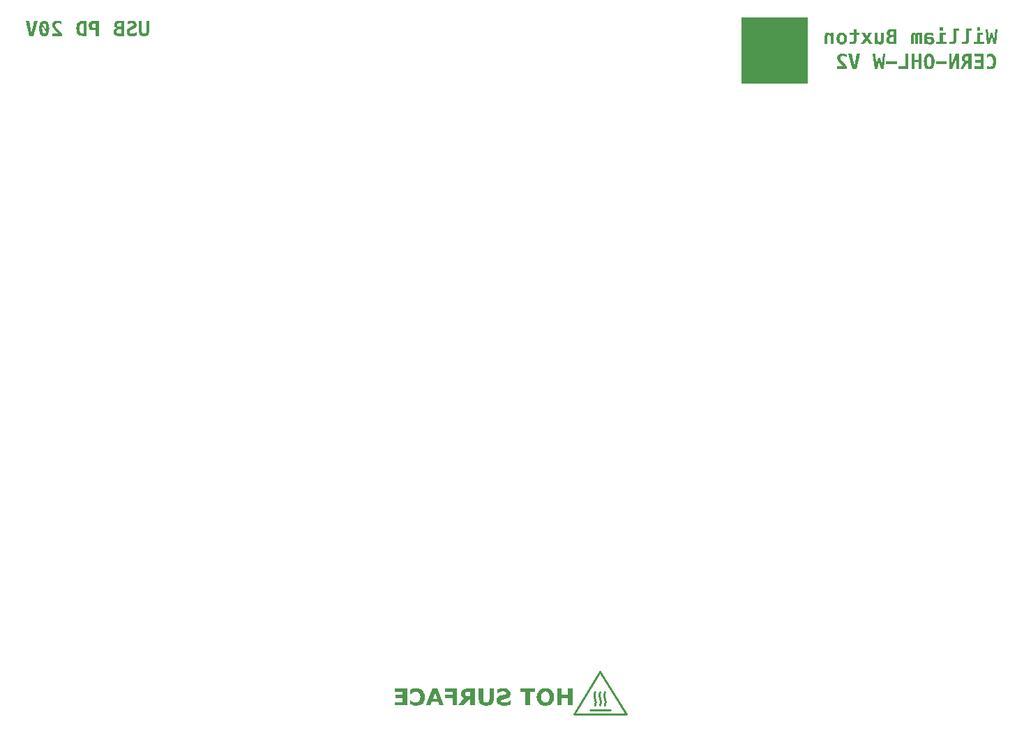
<source format=gbo>
G04 #@! TF.GenerationSoftware,KiCad,Pcbnew,9.0.0*
G04 #@! TF.CreationDate,2025-03-20T12:53:00+01:00*
G04 #@! TF.ProjectId,backlight,6261636b-6c69-4676-9874-2e6b69636164,rev?*
G04 #@! TF.SameCoordinates,Original*
G04 #@! TF.FileFunction,Legend,Bot*
G04 #@! TF.FilePolarity,Positive*
%FSLAX46Y46*%
G04 Gerber Fmt 4.6, Leading zero omitted, Abs format (unit mm)*
G04 Created by KiCad (PCBNEW 9.0.0) date 2025-03-20 12:53:00*
%MOMM*%
%LPD*%
G01*
G04 APERTURE LIST*
%ADD10C,0.400000*%
%ADD11C,0.250000*%
%ADD12C,2.575000*%
%ADD13C,2.200000*%
%ADD14C,0.990600*%
%ADD15C,1.524000*%
%ADD16R,2.000000X2.000000*%
%ADD17C,2.000000*%
%ADD18R,3.200000X2.000000*%
%ADD19O,1.800000X1.200000*%
%ADD20O,2.200000X1.200000*%
G04 APERTURE END LIST*
G36*
X143240000Y-22500000D02*
G01*
X151240000Y-22500000D01*
X151240000Y-30500000D01*
X143240000Y-30500000D01*
X143240000Y-22500000D01*
G37*
D10*
G36*
X71319647Y-24067321D02*
G01*
X71319647Y-22911075D01*
X70956946Y-22911075D01*
X70956946Y-24158215D01*
X70948333Y-24247340D01*
X70924510Y-24317794D01*
X70886934Y-24373638D01*
X70835521Y-24416131D01*
X70771962Y-24442266D01*
X70692615Y-24451563D01*
X70613197Y-24442261D01*
X70549644Y-24416122D01*
X70498295Y-24373638D01*
X70460656Y-24317785D01*
X70436798Y-24247332D01*
X70428173Y-24158215D01*
X70428173Y-22911075D01*
X70065472Y-22911075D01*
X70065472Y-24067321D01*
X70076920Y-24259426D01*
X70107878Y-24409053D01*
X70154401Y-24524370D01*
X70214289Y-24612141D01*
X70276244Y-24669798D01*
X70352219Y-24716230D01*
X70444668Y-24751341D01*
X70556815Y-24774011D01*
X70692505Y-24782170D01*
X70857582Y-24769638D01*
X70987889Y-24735322D01*
X71090364Y-24682520D01*
X71170280Y-24612141D01*
X71230411Y-24524330D01*
X71277102Y-24408996D01*
X71308163Y-24259382D01*
X71319647Y-24067321D01*
G37*
G36*
X69306988Y-23942024D02*
G01*
X69487178Y-23862300D01*
X69605719Y-23789086D01*
X69678372Y-23722095D01*
X69730631Y-23640114D01*
X69763658Y-23538501D01*
X69775532Y-23412041D01*
X69764700Y-23289054D01*
X69733948Y-23184715D01*
X69684509Y-23095495D01*
X69615724Y-23018896D01*
X69532331Y-22958629D01*
X69433496Y-22914140D01*
X69316230Y-22885938D01*
X69176746Y-22875904D01*
X69050504Y-22882979D01*
X68923515Y-22904370D01*
X68798127Y-22939388D01*
X68672592Y-22988451D01*
X68672592Y-23340161D01*
X68791847Y-23269725D01*
X68909996Y-23219700D01*
X69030953Y-23188516D01*
X69148499Y-23178374D01*
X69234928Y-23185111D01*
X69300641Y-23203269D01*
X69350183Y-23230801D01*
X69388729Y-23270268D01*
X69411979Y-23319261D01*
X69420195Y-23380827D01*
X69407235Y-23450391D01*
X69369197Y-23505794D01*
X69302209Y-23551501D01*
X69155753Y-23614934D01*
X68999572Y-23674615D01*
X68857883Y-23738656D01*
X68751404Y-23810756D01*
X68673801Y-23890257D01*
X68617004Y-23984686D01*
X68581728Y-24096187D01*
X68569277Y-24228997D01*
X68580905Y-24367180D01*
X68613252Y-24479377D01*
X68664100Y-24570686D01*
X68733482Y-24644784D01*
X68817972Y-24700778D01*
X68925247Y-24743704D01*
X69060409Y-24771875D01*
X69229612Y-24782170D01*
X69365756Y-24774233D01*
X69503176Y-24750187D01*
X69637753Y-24710663D01*
X69768168Y-24655555D01*
X69768168Y-24282743D01*
X69621800Y-24371572D01*
X69487240Y-24431120D01*
X69350705Y-24467802D01*
X69218511Y-24479700D01*
X69131060Y-24472112D01*
X69063237Y-24451394D01*
X69010783Y-24419360D01*
X68970250Y-24374556D01*
X68945632Y-24319360D01*
X68936924Y-24250539D01*
X68949344Y-24173585D01*
X68986163Y-24107327D01*
X69044217Y-24053792D01*
X69128715Y-24010387D01*
X69306988Y-23942024D01*
G37*
G36*
X68264609Y-24747000D02*
G01*
X67673077Y-24747000D01*
X67486265Y-24737539D01*
X67342641Y-24712184D01*
X67233911Y-24674660D01*
X67152986Y-24627418D01*
X67085712Y-24561806D01*
X67036303Y-24478508D01*
X67004654Y-24373558D01*
X66993178Y-24241307D01*
X66996620Y-24191738D01*
X67360825Y-24191738D01*
X67370054Y-24287715D01*
X67394181Y-24354136D01*
X67430287Y-24399027D01*
X67480674Y-24429142D01*
X67558181Y-24450302D01*
X67673077Y-24458598D01*
X67914108Y-24458598D01*
X67914108Y-23909930D01*
X67673077Y-23909930D01*
X67563135Y-23918795D01*
X67486077Y-23941884D01*
X67433365Y-23975766D01*
X67395351Y-24024657D01*
X67370285Y-24094246D01*
X67360825Y-24191738D01*
X66996620Y-24191738D01*
X67000746Y-24132320D01*
X67021898Y-24041649D01*
X67055030Y-23966158D01*
X67099570Y-23903336D01*
X67156320Y-23851246D01*
X67226254Y-23809965D01*
X67311788Y-23779634D01*
X67416109Y-23761443D01*
X67303164Y-23740043D01*
X67216059Y-23701292D01*
X67149359Y-23646588D01*
X67100494Y-23575509D01*
X67069545Y-23485643D01*
X67062348Y-23412371D01*
X67418637Y-23412371D01*
X67426155Y-23484544D01*
X67446201Y-23536310D01*
X67476999Y-23572949D01*
X67519068Y-23597687D01*
X67581942Y-23614863D01*
X67673077Y-23621528D01*
X67914108Y-23621528D01*
X67914108Y-23199477D01*
X67673077Y-23199477D01*
X67583911Y-23206308D01*
X67521258Y-23224082D01*
X67478318Y-23250035D01*
X67446686Y-23287837D01*
X67426249Y-23340291D01*
X67418637Y-23412371D01*
X67062348Y-23412371D01*
X67058354Y-23371705D01*
X67068965Y-23259092D01*
X67098771Y-23166523D01*
X67146377Y-23089925D01*
X67212667Y-23026590D01*
X67291247Y-22979767D01*
X67390947Y-22943605D01*
X67516403Y-22919787D01*
X67673077Y-22911075D01*
X68264609Y-22911075D01*
X68264609Y-24747000D01*
G37*
G36*
X65187369Y-24747000D02*
G01*
X64824558Y-24747000D01*
X64824558Y-24057648D01*
X64689370Y-24057648D01*
X64492959Y-24047024D01*
X64342084Y-24018528D01*
X64227860Y-23976236D01*
X64142791Y-23922680D01*
X64073444Y-23849582D01*
X64021798Y-23755686D01*
X63988366Y-23636142D01*
X63976168Y-23484362D01*
X64353597Y-23484362D01*
X64363114Y-23581386D01*
X64388067Y-23648804D01*
X64425587Y-23694618D01*
X64477613Y-23725222D01*
X64557532Y-23746742D01*
X64675851Y-23755178D01*
X64824558Y-23755178D01*
X64824558Y-23213545D01*
X64675851Y-23213545D01*
X64557543Y-23221995D01*
X64477623Y-23243552D01*
X64425587Y-23274215D01*
X64388071Y-23319964D01*
X64363117Y-23387339D01*
X64353597Y-23484362D01*
X63976168Y-23484362D01*
X63988368Y-23332579D01*
X64021802Y-23213057D01*
X64073447Y-23119200D01*
X64142791Y-23046153D01*
X64227868Y-22992550D01*
X64342096Y-22950224D01*
X64492968Y-22921707D01*
X64689370Y-22911075D01*
X65187369Y-22911075D01*
X65187369Y-24747000D01*
G37*
G36*
X63702165Y-24747000D02*
G01*
X63313635Y-24747000D01*
X63126880Y-24736446D01*
X62973769Y-24707265D01*
X62848802Y-24662387D01*
X62747303Y-24603564D01*
X62665610Y-24531248D01*
X62600552Y-24444369D01*
X62546648Y-24335289D01*
X62504955Y-24199671D01*
X62477602Y-24032288D01*
X62467663Y-23827169D01*
X62845202Y-23827169D01*
X62852636Y-23995608D01*
X62872329Y-24122288D01*
X62900971Y-24215528D01*
X62936207Y-24282523D01*
X62986921Y-24339030D01*
X63052188Y-24380335D01*
X63135291Y-24406780D01*
X63241095Y-24416392D01*
X63339464Y-24416392D01*
X63339464Y-23241682D01*
X63241095Y-23241682D01*
X63135247Y-23251264D01*
X63052132Y-23277617D01*
X62986884Y-23318758D01*
X62936207Y-23375002D01*
X62900938Y-23441704D01*
X62872300Y-23534381D01*
X62852625Y-23660133D01*
X62845202Y-23827169D01*
X62467663Y-23827169D01*
X62477607Y-23622598D01*
X62504965Y-23455768D01*
X62546658Y-23320690D01*
X62600556Y-23212123D01*
X62665610Y-23125728D01*
X62747237Y-23053826D01*
X62848694Y-22995306D01*
X62973654Y-22950638D01*
X63126801Y-22921584D01*
X63313635Y-22911075D01*
X63702165Y-22911075D01*
X63702165Y-24747000D01*
G37*
G36*
X60305308Y-24430461D02*
G01*
X59531877Y-24430461D01*
X59531877Y-24747000D01*
X60697465Y-24747000D01*
X60697465Y-24440243D01*
X60500727Y-24230866D01*
X60075268Y-23771445D01*
X59992246Y-23666290D01*
X59942498Y-23583720D01*
X59911746Y-23500877D01*
X59901941Y-23421713D01*
X59910934Y-23342836D01*
X59935996Y-23280713D01*
X59976350Y-23231460D01*
X60029789Y-23195616D01*
X60098596Y-23172671D01*
X60187156Y-23164306D01*
X60286513Y-23173111D01*
X60405436Y-23202115D01*
X60526428Y-23247309D01*
X60658117Y-23312024D01*
X60658117Y-22974383D01*
X60526562Y-22931671D01*
X60400600Y-22901183D01*
X60275540Y-22882057D01*
X60158909Y-22875904D01*
X60012422Y-22885598D01*
X59889761Y-22912740D01*
X59786995Y-22955262D01*
X59700917Y-23012301D01*
X59628349Y-23086231D01*
X59576952Y-23171209D01*
X59545349Y-23269436D01*
X59534295Y-23384234D01*
X59543508Y-23490234D01*
X59570565Y-23587786D01*
X59616949Y-23682974D01*
X59695422Y-23798812D01*
X59790125Y-23906097D01*
X60053176Y-24176351D01*
X60305308Y-24430461D01*
G37*
G36*
X58685043Y-22886143D02*
G01*
X58787565Y-22915340D01*
X58876337Y-22962415D01*
X58953608Y-23027938D01*
X59020579Y-23114077D01*
X59081019Y-23233432D01*
X59128515Y-23387212D01*
X59160163Y-23583050D01*
X59171814Y-23829697D01*
X59160177Y-24075589D01*
X59128550Y-24271029D01*
X59081056Y-24424682D01*
X59020579Y-24544107D01*
X58953614Y-24630201D01*
X58876346Y-24695693D01*
X58787575Y-24742748D01*
X58685050Y-24771934D01*
X58565664Y-24782170D01*
X58445653Y-24771934D01*
X58342712Y-24742765D01*
X58253704Y-24695780D01*
X58176353Y-24630451D01*
X58109431Y-24544657D01*
X58049006Y-24425566D01*
X58001510Y-24272006D01*
X57969853Y-24076312D01*
X57958196Y-23829697D01*
X57958263Y-23828268D01*
X58323424Y-23828268D01*
X58331570Y-24055436D01*
X58352397Y-24213560D01*
X58381236Y-24319013D01*
X58417434Y-24390805D01*
X58459659Y-24437089D01*
X58508225Y-24463639D01*
X58565554Y-24472666D01*
X58622307Y-24463670D01*
X58670520Y-24437164D01*
X58712579Y-24390860D01*
X58748773Y-24318903D01*
X58761083Y-24283292D01*
X58331997Y-23599547D01*
X58323424Y-23828268D01*
X57958263Y-23828268D01*
X57969865Y-23582333D01*
X58001541Y-23386220D01*
X58013837Y-23346426D01*
X58378709Y-23346426D01*
X58801639Y-24021488D01*
X58806585Y-23830906D01*
X58798446Y-23602968D01*
X58777650Y-23444573D01*
X58748883Y-23339172D01*
X58712637Y-23267213D01*
X58670542Y-23220908D01*
X58622309Y-23194403D01*
X58565554Y-23185408D01*
X58508222Y-23194434D01*
X58459636Y-23220984D01*
X58417376Y-23267268D01*
X58381127Y-23339062D01*
X58378709Y-23346426D01*
X58013837Y-23346426D01*
X58049040Y-23232492D01*
X58109431Y-23113418D01*
X58176353Y-23027623D01*
X58253704Y-22962294D01*
X58342712Y-22915309D01*
X58445653Y-22886141D01*
X58565664Y-22875904D01*
X58685043Y-22886143D01*
G37*
G36*
X57049685Y-24444529D02*
G01*
X56726332Y-22911075D01*
X56361104Y-22911075D01*
X56797663Y-24747000D01*
X57300608Y-24747000D01*
X57737058Y-22911075D01*
X57371939Y-22911075D01*
X57049685Y-24444529D01*
G37*
G36*
X174317000Y-23899075D02*
G01*
X173999801Y-23899075D01*
X173868240Y-25247662D01*
X173709531Y-24377400D01*
X173408270Y-24377400D01*
X173223842Y-25247662D01*
X173120637Y-23899075D01*
X172800911Y-23899075D01*
X173012376Y-25735000D01*
X173350567Y-25735000D01*
X173559505Y-24772634D01*
X173755033Y-25735000D01*
X174090696Y-25735000D01*
X174317000Y-23899075D01*
G37*
G36*
X172529435Y-24356297D02*
G01*
X171816234Y-24356297D01*
X171816234Y-25460666D01*
X171368683Y-25460666D01*
X171368683Y-25735000D01*
X172625276Y-25735000D01*
X172625276Y-25460666D01*
X172176516Y-25460666D01*
X172176516Y-24630631D01*
X172529435Y-24630631D01*
X172529435Y-24356297D01*
G37*
G36*
X172176516Y-23688049D02*
G01*
X171816234Y-23688049D01*
X171816234Y-24110101D01*
X172176516Y-24110101D01*
X172176516Y-23688049D01*
G37*
G36*
X170809355Y-25162042D02*
G01*
X170809355Y-24096032D01*
X171174583Y-24096032D01*
X171174583Y-23821699D01*
X170449072Y-23821699D01*
X170449072Y-25162042D01*
X170442041Y-25270529D01*
X170424097Y-25344392D01*
X170398734Y-25392852D01*
X170360023Y-25428834D01*
X170304995Y-25452002D01*
X170227825Y-25460666D01*
X169940082Y-25460666D01*
X169940082Y-25735000D01*
X170328612Y-25735000D01*
X170458023Y-25725142D01*
X170558985Y-25698285D01*
X170637331Y-25657170D01*
X170697467Y-25602559D01*
X170741862Y-25534605D01*
X170776902Y-25442881D01*
X170800532Y-25321168D01*
X170809355Y-25162042D01*
G37*
G36*
X169293486Y-25162042D02*
G01*
X169293486Y-24096032D01*
X169658714Y-24096032D01*
X169658714Y-23821699D01*
X168933203Y-23821699D01*
X168933203Y-25162042D01*
X168926172Y-25270529D01*
X168908228Y-25344392D01*
X168882865Y-25392852D01*
X168844154Y-25428834D01*
X168789126Y-25452002D01*
X168711956Y-25460666D01*
X168424213Y-25460666D01*
X168424213Y-25735000D01*
X168812743Y-25735000D01*
X168942154Y-25725142D01*
X169043117Y-25698285D01*
X169121462Y-25657170D01*
X169181598Y-25602559D01*
X169225993Y-25534605D01*
X169261033Y-25442881D01*
X169284663Y-25321168D01*
X169293486Y-25162042D01*
G37*
G36*
X167981829Y-24356297D02*
G01*
X167268627Y-24356297D01*
X167268627Y-25460666D01*
X166821077Y-25460666D01*
X166821077Y-25735000D01*
X168077669Y-25735000D01*
X168077669Y-25460666D01*
X167628910Y-25460666D01*
X167628910Y-24630631D01*
X167981829Y-24630631D01*
X167981829Y-24356297D01*
G37*
G36*
X167628910Y-23688049D02*
G01*
X167268627Y-23688049D01*
X167268627Y-24110101D01*
X167628910Y-24110101D01*
X167628910Y-23688049D01*
G37*
G36*
X166118250Y-24327286D02*
G01*
X166243393Y-24345197D01*
X166364971Y-24375633D01*
X166485633Y-24419605D01*
X166485633Y-24729110D01*
X166353732Y-24664337D01*
X166232952Y-24622058D01*
X166110232Y-24596889D01*
X165982689Y-24588426D01*
X165901606Y-24594395D01*
X165841045Y-24610323D01*
X165796392Y-24634148D01*
X165761632Y-24668847D01*
X165740572Y-24712738D01*
X165733085Y-24768787D01*
X165733085Y-24827588D01*
X165982689Y-24827588D01*
X166151174Y-24836463D01*
X166283681Y-24860506D01*
X166386749Y-24896578D01*
X166465960Y-24942663D01*
X166532515Y-25005936D01*
X166580690Y-25084057D01*
X166611117Y-25180160D01*
X166622031Y-25298879D01*
X166612985Y-25409153D01*
X166587480Y-25501718D01*
X166546898Y-25579820D01*
X166491129Y-25645863D01*
X166422406Y-25698286D01*
X166340416Y-25736927D01*
X166242527Y-25761435D01*
X166125351Y-25770170D01*
X166006433Y-25757798D01*
X165900367Y-25721700D01*
X165807291Y-25662677D01*
X165733085Y-25583435D01*
X165733085Y-25735000D01*
X165375220Y-25735000D01*
X165375220Y-25112583D01*
X165733085Y-25112583D01*
X165743073Y-25240278D01*
X165770229Y-25339269D01*
X165811780Y-25415603D01*
X165871169Y-25475678D01*
X165943544Y-25511453D01*
X166033137Y-25523974D01*
X166093929Y-25517302D01*
X166143072Y-25498551D01*
X166183163Y-25468250D01*
X166213249Y-25427935D01*
X166231843Y-25378799D01*
X166238448Y-25318333D01*
X166228455Y-25238244D01*
X166201443Y-25180762D01*
X166158543Y-25139951D01*
X166101953Y-25114114D01*
X166012279Y-25095329D01*
X165876956Y-25087854D01*
X165733085Y-25087854D01*
X165733085Y-25112583D01*
X165375220Y-25112583D01*
X165375220Y-24948489D01*
X165386109Y-24765861D01*
X165415001Y-24629585D01*
X165457492Y-24529729D01*
X165511178Y-24458183D01*
X165582343Y-24403495D01*
X165679621Y-24360710D01*
X165810135Y-24331906D01*
X165982689Y-24321127D01*
X166118250Y-24327286D01*
G37*
G36*
X164373397Y-24491706D02*
G01*
X164325677Y-24413930D01*
X164270082Y-24362892D01*
X164202091Y-24332072D01*
X164116319Y-24321127D01*
X164029002Y-24329886D01*
X163961521Y-24353933D01*
X163909365Y-24391698D01*
X163869793Y-24444115D01*
X163837368Y-24531965D01*
X163812061Y-24691336D01*
X163801539Y-24955413D01*
X163801539Y-25735000D01*
X164096645Y-25735000D01*
X164096645Y-24846603D01*
X164104091Y-24705040D01*
X164120056Y-24640303D01*
X164139799Y-24611521D01*
X164167216Y-24594517D01*
X164204906Y-24588426D01*
X164242482Y-24594595D01*
X164270361Y-24611973D01*
X164290965Y-24641622D01*
X164307821Y-24707169D01*
X164315585Y-24846603D01*
X164315585Y-25735000D01*
X164606954Y-25735000D01*
X164606954Y-24846603D01*
X164614718Y-24707169D01*
X164631574Y-24641622D01*
X164652178Y-24611973D01*
X164680057Y-24594595D01*
X164717633Y-24588426D01*
X164755329Y-24594515D01*
X164782786Y-24611519D01*
X164802593Y-24640303D01*
X164818482Y-24705035D01*
X164825893Y-24846603D01*
X164825893Y-25735000D01*
X165121000Y-25735000D01*
X165121000Y-24356297D01*
X164859086Y-24356297D01*
X164859086Y-24496542D01*
X164818799Y-24423601D01*
X164760717Y-24368387D01*
X164689243Y-24332983D01*
X164609482Y-24321127D01*
X164529689Y-24333501D01*
X164457038Y-24370806D01*
X164416045Y-24407525D01*
X164388770Y-24447535D01*
X164373397Y-24491706D01*
G37*
G36*
X162036396Y-25735000D02*
G01*
X161444864Y-25735000D01*
X161258052Y-25725539D01*
X161114428Y-25700184D01*
X161005698Y-25662660D01*
X160924773Y-25615418D01*
X160857499Y-25549806D01*
X160808090Y-25466508D01*
X160776441Y-25361558D01*
X160764965Y-25229307D01*
X160768407Y-25179738D01*
X161132612Y-25179738D01*
X161141841Y-25275715D01*
X161165968Y-25342136D01*
X161202075Y-25387027D01*
X161252461Y-25417142D01*
X161329968Y-25438302D01*
X161444864Y-25446598D01*
X161685895Y-25446598D01*
X161685895Y-24897930D01*
X161444864Y-24897930D01*
X161334922Y-24906795D01*
X161257865Y-24929884D01*
X161205152Y-24963766D01*
X161167138Y-25012657D01*
X161142072Y-25082246D01*
X161132612Y-25179738D01*
X160768407Y-25179738D01*
X160772533Y-25120320D01*
X160793685Y-25029649D01*
X160826817Y-24954158D01*
X160871357Y-24891336D01*
X160928107Y-24839246D01*
X160998041Y-24797965D01*
X161083576Y-24767634D01*
X161187896Y-24749443D01*
X161074951Y-24728043D01*
X160987846Y-24689292D01*
X160921146Y-24634588D01*
X160872281Y-24563509D01*
X160841333Y-24473643D01*
X160834136Y-24400371D01*
X161190424Y-24400371D01*
X161197942Y-24472544D01*
X161217988Y-24524310D01*
X161248786Y-24560949D01*
X161290855Y-24585687D01*
X161353729Y-24602863D01*
X161444864Y-24609528D01*
X161685895Y-24609528D01*
X161685895Y-24187477D01*
X161444864Y-24187477D01*
X161355698Y-24194308D01*
X161293045Y-24212082D01*
X161250105Y-24238035D01*
X161218473Y-24275837D01*
X161198036Y-24328291D01*
X161190424Y-24400371D01*
X160834136Y-24400371D01*
X160830142Y-24359705D01*
X160840753Y-24247092D01*
X160870558Y-24154523D01*
X160918164Y-24077925D01*
X160984454Y-24014590D01*
X161063034Y-23967767D01*
X161162734Y-23931605D01*
X161288190Y-23907787D01*
X161444864Y-23899075D01*
X162036396Y-23899075D01*
X162036396Y-25735000D01*
G37*
G36*
X160477443Y-25253267D02*
G01*
X160477443Y-24356297D01*
X160117160Y-24356297D01*
X160117160Y-25197873D01*
X160111316Y-25297404D01*
X160096390Y-25365669D01*
X160075394Y-25410767D01*
X160042688Y-25445335D01*
X159997752Y-25466854D01*
X159936359Y-25474734D01*
X159876317Y-25465157D01*
X159826626Y-25437198D01*
X159784575Y-25388675D01*
X159755901Y-25328633D01*
X159736887Y-25249847D01*
X159729840Y-25147424D01*
X159729840Y-24356297D01*
X159369557Y-24356297D01*
X159369557Y-25735000D01*
X159729840Y-25735000D01*
X159729840Y-25530239D01*
X159761873Y-25601917D01*
X159804969Y-25660361D01*
X159859643Y-25707412D01*
X159923326Y-25741664D01*
X159996154Y-25762793D01*
X160080230Y-25770170D01*
X160176785Y-25761197D01*
X160256378Y-25735977D01*
X160322419Y-25695707D01*
X160377205Y-25639708D01*
X160418007Y-25573066D01*
X160449364Y-25489068D01*
X160469938Y-25383955D01*
X160477443Y-25253267D01*
G37*
G36*
X157750374Y-24356297D02*
G01*
X158213971Y-25016083D01*
X157709817Y-25735000D01*
X158130330Y-25735000D01*
X158400817Y-25270963D01*
X158670094Y-25735000D01*
X159090717Y-25735000D01*
X158581617Y-25016083D01*
X159050051Y-24356297D01*
X158629538Y-24356297D01*
X158400817Y-24767468D01*
X158170886Y-24356297D01*
X157750374Y-24356297D01*
G37*
G36*
X156794053Y-23962383D02*
G01*
X156794053Y-24356297D01*
X156323092Y-24356297D01*
X156323092Y-24630631D01*
X156794053Y-24630631D01*
X156794053Y-25287229D01*
X156788198Y-25347489D01*
X156772698Y-25390392D01*
X156749210Y-25420439D01*
X156716580Y-25441088D01*
X156668568Y-25455223D01*
X156599733Y-25460666D01*
X156323092Y-25460666D01*
X156323092Y-25735000D01*
X156625562Y-25735000D01*
X156788243Y-25726709D01*
X156905872Y-25705082D01*
X156988592Y-25674081D01*
X157044866Y-25636191D01*
X157088207Y-25583795D01*
X157122348Y-25509784D01*
X157145564Y-25407797D01*
X157154336Y-25269863D01*
X157154336Y-24630631D01*
X157505935Y-24630631D01*
X157505935Y-24356297D01*
X157154336Y-24356297D01*
X157154336Y-23962383D01*
X156794053Y-23962383D01*
G37*
G36*
X155511777Y-24334153D02*
G01*
X155634281Y-24371385D01*
X155740573Y-24431740D01*
X155833336Y-24516435D01*
X155906355Y-24618234D01*
X155960103Y-24737939D01*
X155994066Y-24878969D01*
X156006113Y-25045648D01*
X155994066Y-25212328D01*
X155960103Y-25353358D01*
X155906355Y-25473063D01*
X155833336Y-25574862D01*
X155740573Y-25659557D01*
X155634281Y-25719912D01*
X155511777Y-25757144D01*
X155369189Y-25770170D01*
X155225892Y-25757121D01*
X155102961Y-25719853D01*
X154996478Y-25659492D01*
X154903723Y-25574862D01*
X154830704Y-25473063D01*
X154776956Y-25353358D01*
X154742993Y-25212328D01*
X154730946Y-25045648D01*
X155091228Y-25045648D01*
X155100686Y-25179011D01*
X155126287Y-25282156D01*
X155165087Y-25361308D01*
X155221547Y-25425138D01*
X155288365Y-25462060D01*
X155369189Y-25474734D01*
X155449149Y-25462108D01*
X155515595Y-25425232D01*
X155572081Y-25361308D01*
X155610821Y-25282164D01*
X155636386Y-25179019D01*
X155645831Y-25045648D01*
X155636386Y-24912278D01*
X155610821Y-24809133D01*
X155572081Y-24729989D01*
X155515595Y-24666065D01*
X155449149Y-24629189D01*
X155369189Y-24616563D01*
X155288365Y-24629237D01*
X155221547Y-24666159D01*
X155165087Y-24729989D01*
X155126287Y-24809141D01*
X155100686Y-24912286D01*
X155091228Y-25045648D01*
X154730946Y-25045648D01*
X154742993Y-24878969D01*
X154776956Y-24737939D01*
X154830704Y-24618234D01*
X154903723Y-24516435D01*
X154996478Y-24431805D01*
X155102961Y-24371444D01*
X155225892Y-24334176D01*
X155369189Y-24321127D01*
X155511777Y-24334153D01*
G37*
G36*
X153293772Y-24840448D02*
G01*
X153293772Y-25735000D01*
X153651637Y-25735000D01*
X153651637Y-24895842D01*
X153657569Y-24795531D01*
X153672725Y-24726698D01*
X153694062Y-24681189D01*
X153727108Y-24646134D01*
X153771866Y-24624455D01*
X153832327Y-24616563D01*
X153892402Y-24626230D01*
X153942553Y-24654566D01*
X153985431Y-24703941D01*
X154014820Y-24764834D01*
X154034213Y-24844048D01*
X154041375Y-24946290D01*
X154041375Y-25735000D01*
X154399240Y-25735000D01*
X154399240Y-24356297D01*
X154041375Y-24356297D01*
X154041375Y-24563476D01*
X154009261Y-24491023D01*
X153965979Y-24432007D01*
X153911023Y-24384544D01*
X153846861Y-24349942D01*
X153773388Y-24328587D01*
X153688456Y-24321127D01*
X153592551Y-24330089D01*
X153513474Y-24355287D01*
X153447832Y-24395550D01*
X153393350Y-24451589D01*
X153352913Y-24518159D01*
X153321752Y-24602452D01*
X153301260Y-24708350D01*
X153293772Y-24840448D01*
G37*
G36*
X172987757Y-28702726D02*
G01*
X173075985Y-28742733D01*
X173168557Y-28771309D01*
X173264802Y-28788356D01*
X173367713Y-28794170D01*
X173516184Y-28783327D01*
X173644094Y-28752508D01*
X173754821Y-28703306D01*
X173851032Y-28635950D01*
X173934515Y-28549293D01*
X174000372Y-28450868D01*
X174053996Y-28334115D01*
X174094631Y-28196083D01*
X174120733Y-28033268D01*
X174130044Y-27841697D01*
X174120722Y-27649507D01*
X174094600Y-27486286D01*
X174053950Y-27348023D01*
X174000332Y-27231181D01*
X173934515Y-27132782D01*
X173851032Y-27046125D01*
X173754821Y-26978768D01*
X173644094Y-26929566D01*
X173516184Y-26898747D01*
X173367713Y-26887904D01*
X173264644Y-26893701D01*
X173167348Y-26910765D01*
X173074106Y-26939482D01*
X172987757Y-26979348D01*
X172987757Y-27380297D01*
X173083099Y-27302202D01*
X173169107Y-27252143D01*
X173258809Y-27221554D01*
X173350457Y-27211477D01*
X173446382Y-27221958D01*
X173526407Y-27251786D01*
X173594012Y-27300510D01*
X173651169Y-27370296D01*
X173691874Y-27449978D01*
X173723720Y-27551788D01*
X173744857Y-27680525D01*
X173752615Y-27841697D01*
X173744871Y-28002115D01*
X173723755Y-28130454D01*
X173691912Y-28232136D01*
X173651169Y-28311889D01*
X173594019Y-28381620D01*
X173526417Y-28430311D01*
X173446389Y-28460122D01*
X173350457Y-28470598D01*
X173258809Y-28460521D01*
X173169107Y-28429931D01*
X173083099Y-28379872D01*
X172987757Y-28301777D01*
X172987757Y-28702726D01*
G37*
G36*
X171451005Y-28759000D02*
G01*
X172594501Y-28759000D01*
X172594501Y-26923075D01*
X171451005Y-26923075D01*
X171451005Y-27239614D01*
X172231801Y-27239614D01*
X172231801Y-27640563D01*
X171524754Y-27640563D01*
X171524754Y-27957101D01*
X172231801Y-27957101D01*
X172231801Y-28442461D01*
X171451005Y-28442461D01*
X171451005Y-28759000D01*
G37*
G36*
X171121717Y-28759000D02*
G01*
X170759016Y-28759000D01*
X170759016Y-28034478D01*
X170643392Y-28034478D01*
X170585663Y-28045084D01*
X170529569Y-28078440D01*
X170472783Y-28140648D01*
X170414670Y-28241986D01*
X170388842Y-28296062D01*
X170167594Y-28759000D01*
X169769173Y-28759000D01*
X170101099Y-28099544D01*
X170159570Y-27995542D01*
X170198919Y-27945011D01*
X170242573Y-27912353D01*
X170293001Y-27894233D01*
X170182763Y-27868127D01*
X170095737Y-27823206D01*
X170027350Y-27759924D01*
X169977838Y-27680305D01*
X169946444Y-27581361D01*
X169936980Y-27478117D01*
X170310147Y-27478117D01*
X170318598Y-27566205D01*
X170340955Y-27628937D01*
X170374773Y-27672876D01*
X170421710Y-27703326D01*
X170490288Y-27724054D01*
X170588107Y-27732007D01*
X170759016Y-27732007D01*
X170759016Y-27225545D01*
X170588107Y-27225545D01*
X170489377Y-27233457D01*
X170420679Y-27253997D01*
X170374114Y-27284017D01*
X170340699Y-27327502D01*
X170318543Y-27389970D01*
X170310147Y-27478117D01*
X169936980Y-27478117D01*
X169935136Y-27458003D01*
X169946465Y-27315931D01*
X169977483Y-27204251D01*
X170025324Y-27116743D01*
X170089449Y-27048811D01*
X170168268Y-26998956D01*
X170274356Y-26959558D01*
X170414772Y-26932988D01*
X170597889Y-26923075D01*
X171121717Y-26923075D01*
X171121717Y-28759000D01*
G37*
G36*
X169623104Y-26923075D02*
G01*
X169233256Y-26923075D01*
X168721738Y-28257264D01*
X168721738Y-26923075D01*
X168402012Y-26923075D01*
X168402012Y-28759000D01*
X168789442Y-28759000D01*
X169303378Y-27424811D01*
X169303378Y-28759000D01*
X169623104Y-28759000D01*
X169623104Y-26923075D01*
G37*
G36*
X168128118Y-27865657D02*
G01*
X166824704Y-27865657D01*
X166824704Y-28196264D01*
X168128118Y-28196264D01*
X168128118Y-27865657D01*
G37*
G36*
X166105862Y-26898316D02*
G01*
X166214109Y-26928020D01*
X166308122Y-26975859D01*
X166390207Y-27042253D01*
X166461673Y-27129155D01*
X166515349Y-27224093D01*
X166559921Y-27339157D01*
X166594234Y-27477768D01*
X166616539Y-27643837D01*
X166624559Y-27841697D01*
X166616549Y-28038925D01*
X166594263Y-28204598D01*
X166559963Y-28343007D01*
X166515386Y-28458021D01*
X166461673Y-28553030D01*
X166390212Y-28639886D01*
X166308132Y-28706249D01*
X166214119Y-28754068D01*
X166105869Y-28783762D01*
X165980271Y-28794170D01*
X165854078Y-28783743D01*
X165745439Y-28754013D01*
X165651211Y-28706167D01*
X165569062Y-28639816D01*
X165497659Y-28553030D01*
X165443907Y-28458015D01*
X165399300Y-28342997D01*
X165364977Y-28204588D01*
X165342678Y-28038918D01*
X165334663Y-27841697D01*
X165712202Y-27841697D01*
X165721225Y-28064745D01*
X165744257Y-28219226D01*
X165776169Y-28321780D01*
X165815088Y-28389825D01*
X165861224Y-28434904D01*
X165915374Y-28461434D01*
X165980271Y-28470598D01*
X166044476Y-28461473D01*
X166098226Y-28435005D01*
X166144201Y-28389936D01*
X166183163Y-28321780D01*
X166215020Y-28219231D01*
X166238012Y-28064750D01*
X166247020Y-27841697D01*
X166238000Y-27617721D01*
X166214997Y-27462908D01*
X166183163Y-27360404D01*
X166144195Y-27292190D01*
X166098217Y-27247089D01*
X166044469Y-27220606D01*
X165980271Y-27211477D01*
X165915381Y-27220644D01*
X165861234Y-27247190D01*
X165815094Y-27292301D01*
X165776169Y-27360404D01*
X165744280Y-27462914D01*
X165721237Y-27617726D01*
X165712202Y-27841697D01*
X165334663Y-27841697D01*
X165342688Y-27643843D01*
X165365007Y-27477778D01*
X165399342Y-27339166D01*
X165443944Y-27224099D01*
X165497659Y-27129155D01*
X165569068Y-27042323D01*
X165651221Y-26975941D01*
X165745449Y-26928076D01*
X165854084Y-26898335D01*
X165980271Y-26887904D01*
X166105862Y-26898316D01*
G37*
G36*
X165053296Y-26923075D02*
G01*
X164690595Y-26923075D01*
X164690595Y-27619460D01*
X164236890Y-27619460D01*
X164236890Y-26923075D01*
X163874079Y-26923075D01*
X163874079Y-28759000D01*
X164236890Y-28759000D01*
X164236890Y-27935999D01*
X164690595Y-27935999D01*
X164690595Y-28759000D01*
X165053296Y-28759000D01*
X165053296Y-26923075D01*
G37*
G36*
X163429276Y-28759000D02*
G01*
X163429276Y-26923075D01*
X163066466Y-26923075D01*
X163066466Y-28442461D01*
X162290616Y-28442461D01*
X162290616Y-28759000D01*
X163429276Y-28759000D01*
G37*
G36*
X162064643Y-27865657D02*
G01*
X160761228Y-27865657D01*
X160761228Y-28196264D01*
X162064643Y-28196264D01*
X162064643Y-27865657D01*
G37*
G36*
X160674180Y-26923075D02*
G01*
X160356982Y-26923075D01*
X160225421Y-28271662D01*
X160066712Y-27401400D01*
X159765450Y-27401400D01*
X159581023Y-28271662D01*
X159477818Y-26923075D01*
X159158092Y-26923075D01*
X159369557Y-28759000D01*
X159707748Y-28759000D01*
X159916685Y-27796634D01*
X160112214Y-28759000D01*
X160447877Y-28759000D01*
X160674180Y-26923075D01*
G37*
G36*
X156884948Y-28456529D02*
G01*
X156561595Y-26923075D01*
X156196366Y-26923075D01*
X156632926Y-28759000D01*
X157135871Y-28759000D01*
X157572321Y-26923075D01*
X157207202Y-26923075D01*
X156884948Y-28456529D01*
G37*
G36*
X155592964Y-28442461D02*
G01*
X154819533Y-28442461D01*
X154819533Y-28759000D01*
X155985121Y-28759000D01*
X155985121Y-28452243D01*
X155788383Y-28242866D01*
X155362924Y-27783445D01*
X155279902Y-27678290D01*
X155230154Y-27595720D01*
X155199402Y-27512877D01*
X155189597Y-27433713D01*
X155198590Y-27354836D01*
X155223652Y-27292713D01*
X155264006Y-27243460D01*
X155317445Y-27207616D01*
X155386252Y-27184671D01*
X155474812Y-27176306D01*
X155574169Y-27185111D01*
X155693092Y-27214115D01*
X155814084Y-27259309D01*
X155945773Y-27324024D01*
X155945773Y-26986383D01*
X155814217Y-26943671D01*
X155688256Y-26913183D01*
X155563196Y-26894057D01*
X155446565Y-26887904D01*
X155300078Y-26897598D01*
X155177417Y-26924740D01*
X155074651Y-26967262D01*
X154988573Y-27024301D01*
X154916005Y-27098231D01*
X154864608Y-27183209D01*
X154833005Y-27281436D01*
X154821951Y-27396234D01*
X154831164Y-27502234D01*
X154858221Y-27599786D01*
X154904605Y-27694974D01*
X154983078Y-27810812D01*
X155077781Y-27918097D01*
X155340832Y-28188351D01*
X155592964Y-28442461D01*
G37*
G36*
X120849598Y-106085000D02*
G01*
X121374232Y-106085000D01*
X121374232Y-105186186D01*
X122148848Y-105186186D01*
X122148848Y-106085000D01*
X122673481Y-106085000D01*
X122673481Y-104052899D01*
X122148848Y-104052899D01*
X122148848Y-104795397D01*
X121374232Y-104795397D01*
X121374232Y-104052899D01*
X120849598Y-104052899D01*
X120849598Y-106085000D01*
G37*
G36*
X119597534Y-104026480D02*
G01*
X119769918Y-104062541D01*
X119920679Y-104120014D01*
X120052932Y-104198156D01*
X120169015Y-104297508D01*
X120266643Y-104415270D01*
X120343452Y-104548767D01*
X120399914Y-104700255D01*
X120435295Y-104872707D01*
X120447696Y-105069682D01*
X120435352Y-105264723D01*
X120400078Y-105436040D01*
X120343688Y-105587072D01*
X120266842Y-105720684D01*
X120169015Y-105839047D01*
X120052860Y-105938922D01*
X119920566Y-106017436D01*
X119769805Y-106075160D01*
X119597459Y-106111369D01*
X119399772Y-106124078D01*
X119201469Y-106111354D01*
X119028725Y-106075115D01*
X118877748Y-106017371D01*
X118745393Y-105938866D01*
X118629308Y-105839047D01*
X118531434Y-105720677D01*
X118454554Y-105587062D01*
X118398142Y-105436030D01*
X118362854Y-105264716D01*
X118350505Y-105069682D01*
X118350598Y-105068217D01*
X118895655Y-105068217D01*
X118905512Y-105232166D01*
X118932536Y-105363995D01*
X118979945Y-105482515D01*
X119045987Y-105582103D01*
X119120746Y-105653462D01*
X119205844Y-105702393D01*
X119299516Y-105731385D01*
X119398429Y-105741106D01*
X119497393Y-105731565D01*
X119591137Y-105703126D01*
X119676205Y-105654935D01*
X119750871Y-105584790D01*
X119810899Y-105495995D01*
X119860903Y-105377550D01*
X119891298Y-105243072D01*
X119902546Y-105069682D01*
X119891157Y-104899123D01*
X119859560Y-104759127D01*
X119807834Y-104635287D01*
X119748185Y-104549078D01*
X119669362Y-104478001D01*
X119586374Y-104432208D01*
X119495859Y-104405752D01*
X119398429Y-104396793D01*
X119301861Y-104405995D01*
X119209263Y-104433551D01*
X119124589Y-104480760D01*
X119048673Y-104551765D01*
X118988709Y-104639418D01*
X118938031Y-104758394D01*
X118907105Y-104893602D01*
X118895655Y-105068217D01*
X118350598Y-105068217D01*
X118362961Y-104872787D01*
X118398504Y-104700377D01*
X118455240Y-104548889D01*
X118532455Y-104415349D01*
X118630652Y-104297508D01*
X118747235Y-104198067D01*
X118879773Y-104119907D01*
X119030562Y-104062464D01*
X119202665Y-104026453D01*
X119399772Y-104013820D01*
X119597534Y-104026480D01*
G37*
G36*
X116357239Y-104443688D02*
G01*
X116992515Y-104443688D01*
X116992515Y-106085000D01*
X117517148Y-106085000D01*
X117517148Y-104443688D01*
X118152424Y-104443688D01*
X118152424Y-104052899D01*
X116357239Y-104052899D01*
X116357239Y-104443688D01*
G37*
G36*
X113457832Y-105447159D02*
G01*
X113468173Y-105563801D01*
X113498311Y-105669075D01*
X113548035Y-105765249D01*
X113618612Y-105853968D01*
X113712700Y-105936133D01*
X113843096Y-106014373D01*
X113998616Y-106073065D01*
X114183936Y-106110648D01*
X114404640Y-106124078D01*
X114649006Y-106112095D01*
X114845254Y-106079382D01*
X115028926Y-106028120D01*
X115197086Y-105966053D01*
X115197086Y-105475369D01*
X115139689Y-105475369D01*
X115027097Y-105558781D01*
X114906028Y-105628186D01*
X114775645Y-105683953D01*
X114639741Y-105725188D01*
X114510993Y-105749011D01*
X114388275Y-105756737D01*
X114262613Y-105748189D01*
X114188617Y-105736026D01*
X114135484Y-105719612D01*
X114079587Y-105690049D01*
X114036444Y-105655498D01*
X114008075Y-105610164D01*
X113997487Y-105541437D01*
X114011284Y-105479852D01*
X114054273Y-105425910D01*
X114119667Y-105384979D01*
X114220236Y-105351294D01*
X114462647Y-105300125D01*
X114587948Y-105272549D01*
X114702494Y-105239187D01*
X114867685Y-105171958D01*
X114987825Y-105096142D01*
X115072033Y-105012896D01*
X115133563Y-104912355D01*
X115171465Y-104795437D01*
X115184751Y-104658011D01*
X115174572Y-104548441D01*
X115144801Y-104449079D01*
X115095409Y-104357739D01*
X115024815Y-104272875D01*
X114930006Y-104193705D01*
X114799536Y-104117837D01*
X114649216Y-104061714D01*
X114475662Y-104026306D01*
X114274825Y-104013820D01*
X114075132Y-104023510D01*
X113878052Y-104052533D01*
X113689367Y-104097805D01*
X113538433Y-104149619D01*
X113538433Y-104615635D01*
X113594486Y-104615635D01*
X113727779Y-104525849D01*
X113895760Y-104448450D01*
X114016090Y-104410910D01*
X114137163Y-104388594D01*
X114259804Y-104381161D01*
X114390352Y-104390443D01*
X114454031Y-104403699D01*
X114515282Y-104425125D01*
X114564749Y-104451863D01*
X114606873Y-104489727D01*
X114635643Y-104536246D01*
X114645097Y-104588279D01*
X114637970Y-104638905D01*
X114617681Y-104679347D01*
X114583670Y-104712110D01*
X114507210Y-104748915D01*
X114351395Y-104790635D01*
X114136217Y-104835819D01*
X113914200Y-104896025D01*
X113763829Y-104957331D01*
X113651182Y-105027187D01*
X113569207Y-105104609D01*
X113508799Y-105198195D01*
X113471183Y-105310730D01*
X113457832Y-105447159D01*
G37*
G36*
X111315700Y-105347386D02*
G01*
X111325999Y-105498826D01*
X111355214Y-105629202D01*
X111401648Y-105741826D01*
X111464780Y-105839385D01*
X111545289Y-105923799D01*
X111638242Y-105991420D01*
X111749088Y-106046306D01*
X111880769Y-106087846D01*
X112036864Y-106114542D01*
X112221475Y-106124078D01*
X112406118Y-106114535D01*
X112562147Y-106087828D01*
X112693687Y-106046281D01*
X112804335Y-105991401D01*
X112897051Y-105923799D01*
X112977327Y-105839405D01*
X113040264Y-105741968D01*
X113086543Y-105629587D01*
X113115649Y-105499600D01*
X113125906Y-105348729D01*
X113125906Y-104052899D01*
X112598586Y-104052899D01*
X112598586Y-105321741D01*
X112587030Y-105460487D01*
X112556216Y-105562795D01*
X112509804Y-105637302D01*
X112443325Y-105692142D01*
X112350255Y-105727778D01*
X112221475Y-105741106D01*
X112094197Y-105728337D01*
X112001182Y-105694102D01*
X111933879Y-105641454D01*
X111886760Y-105569095D01*
X111855066Y-105465970D01*
X111843021Y-105321741D01*
X111843021Y-104052899D01*
X111315700Y-104052899D01*
X111315700Y-105347386D01*
G37*
G36*
X110824772Y-106085000D02*
G01*
X110302948Y-106085000D01*
X110302948Y-105342501D01*
X110061147Y-105342501D01*
X109506349Y-106085000D01*
X108865578Y-106085000D01*
X109544696Y-105216716D01*
X109421343Y-105145821D01*
X109322926Y-105066964D01*
X109246109Y-104980167D01*
X109189821Y-104880359D01*
X109154275Y-104759418D01*
X109146737Y-104672055D01*
X109684036Y-104672055D01*
X109691062Y-104754182D01*
X109709315Y-104811151D01*
X109741002Y-104859696D01*
X109789183Y-104905917D01*
X109851939Y-104941683D01*
X109931332Y-104962704D01*
X110021157Y-104971732D01*
X110141747Y-104975160D01*
X110302948Y-104975160D01*
X110302948Y-104420240D01*
X110113049Y-104420240D01*
X109947696Y-104425125D01*
X109879410Y-104434620D01*
X109823377Y-104452114D01*
X109756385Y-104491268D01*
X109715543Y-104539309D01*
X109692307Y-104598521D01*
X109684036Y-104672055D01*
X109146737Y-104672055D01*
X109141573Y-104612215D01*
X109149785Y-104504577D01*
X109172834Y-104414695D01*
X109209228Y-104339396D01*
X109288169Y-104241239D01*
X109391555Y-104162320D01*
X109509214Y-104105857D01*
X109634821Y-104073415D01*
X109770762Y-104058463D01*
X109944887Y-104052899D01*
X110824772Y-104052899D01*
X110824772Y-106085000D01*
G37*
G36*
X107178593Y-104443688D02*
G01*
X108114532Y-104443688D01*
X108114532Y-104826660D01*
X107246981Y-104826660D01*
X107246981Y-105217449D01*
X108114532Y-105217449D01*
X108114532Y-106085000D01*
X108636356Y-106085000D01*
X108636356Y-104052899D01*
X107178593Y-104052899D01*
X107178593Y-104443688D01*
G37*
G36*
X107042061Y-106085000D02*
G01*
X106513398Y-106085000D01*
X106372714Y-105670764D01*
X105618492Y-105670764D01*
X105477808Y-106085000D01*
X104935345Y-106085000D01*
X105224350Y-105303422D01*
X105745620Y-105303422D01*
X106245585Y-105303422D01*
X105995603Y-104573625D01*
X105745620Y-105303422D01*
X105224350Y-105303422D01*
X105686758Y-104052899D01*
X106290648Y-104052899D01*
X107042061Y-106085000D01*
G37*
G36*
X103723045Y-106124078D02*
G01*
X103873084Y-106116372D01*
X104012241Y-106093886D01*
X104141800Y-106057278D01*
X104265141Y-106004711D01*
X104374647Y-105938392D01*
X104471772Y-105858098D01*
X104555692Y-105764121D01*
X104626949Y-105654720D01*
X104685606Y-105528004D01*
X104726628Y-105394048D01*
X104752412Y-105242581D01*
X104761444Y-105071025D01*
X104752993Y-104911333D01*
X104728531Y-104765977D01*
X104689026Y-104633220D01*
X104632733Y-104507069D01*
X104562676Y-104395203D01*
X104478610Y-104296165D01*
X104384742Y-104214083D01*
X104275852Y-104144530D01*
X104150104Y-104087459D01*
X104017512Y-104047064D01*
X103875185Y-104022300D01*
X103721702Y-104013820D01*
X103596359Y-104017626D01*
X103490160Y-104028230D01*
X103299528Y-104065844D01*
X103133565Y-104124096D01*
X103003017Y-104183691D01*
X103003017Y-104678161D01*
X103063101Y-104678161D01*
X103159577Y-104599392D01*
X103291346Y-104509633D01*
X103368938Y-104469149D01*
X103453890Y-104435017D01*
X103543560Y-104412350D01*
X103641102Y-104404609D01*
X103749611Y-104413407D01*
X103851517Y-104439413D01*
X103946362Y-104484954D01*
X104035920Y-104554818D01*
X104107141Y-104642585D01*
X104166468Y-104761081D01*
X104202902Y-104897359D01*
X104216294Y-105072369D01*
X104209600Y-105199203D01*
X104191010Y-105304631D01*
X104162316Y-105391960D01*
X104099316Y-105509629D01*
X104026395Y-105593949D01*
X103937721Y-105658596D01*
X103840526Y-105701172D01*
X103737835Y-105725403D01*
X103638293Y-105733290D01*
X103543469Y-105726036D01*
X103449127Y-105704103D01*
X103358686Y-105669511D01*
X103276325Y-105624968D01*
X103152005Y-105538872D01*
X103057728Y-105459738D01*
X103003017Y-105459738D01*
X103003017Y-105948346D01*
X103149319Y-106012948D01*
X103295376Y-106065094D01*
X103482588Y-106108935D01*
X103578224Y-106119753D01*
X103723045Y-106124078D01*
G37*
G36*
X101146772Y-106085000D02*
G01*
X102618213Y-106085000D01*
X102618213Y-104052899D01*
X101146772Y-104052899D01*
X101146772Y-104443688D01*
X102096388Y-104443688D01*
X102096388Y-104795397D01*
X101215160Y-104795397D01*
X101215160Y-105186186D01*
X102096388Y-105186186D01*
X102096388Y-105694211D01*
X101146772Y-105694211D01*
X101146772Y-106085000D01*
G37*
D11*
X124850000Y-106612588D02*
X127250000Y-106612588D01*
X126050000Y-102000000D02*
X122850000Y-107200000D01*
X129250000Y-107200000D02*
X122850000Y-107200000D01*
X129250000Y-107200000D02*
X126050000Y-102000000D01*
X125429152Y-105296798D02*
G75*
G02*
X125431749Y-104498143I779157J396798D01*
G01*
X125431749Y-105298143D02*
G75*
G02*
X125429151Y-106096798I-779179J-396797D01*
G01*
X126050000Y-105293596D02*
G75*
G02*
X126052597Y-104494941I779157J396798D01*
G01*
X126052597Y-105294941D02*
G75*
G02*
X126050001Y-106093596I-779147J-396799D01*
G01*
X126629152Y-105296798D02*
G75*
G02*
X126631749Y-104498143I779157J396798D01*
G01*
X126631749Y-105298143D02*
G75*
G02*
X126629151Y-106096798I-779179J-396797D01*
G01*
%LPC*%
D12*
X179287500Y-61750000D02*
G75*
G02*
X176712500Y-61750000I-1287500J0D01*
G01*
X176712500Y-61750000D02*
G75*
G02*
X179287500Y-61750000I1287500J0D01*
G01*
X54287500Y-61750000D02*
G75*
G02*
X51712500Y-61750000I-1287500J0D01*
G01*
X51712500Y-61750000D02*
G75*
G02*
X54287500Y-61750000I1287500J0D01*
G01*
X54287500Y-23750000D02*
G75*
G02*
X51712500Y-23750000I-1287500J0D01*
G01*
X51712500Y-23750000D02*
G75*
G02*
X54287500Y-23750000I1287500J0D01*
G01*
X179287500Y-148750000D02*
G75*
G02*
X176712500Y-148750000I-1287500J0D01*
G01*
X176712500Y-148750000D02*
G75*
G02*
X179287500Y-148750000I1287500J0D01*
G01*
X54287500Y-148750000D02*
G75*
G02*
X51712500Y-148750000I-1287500J0D01*
G01*
X51712500Y-148750000D02*
G75*
G02*
X54287500Y-148750000I1287500J0D01*
G01*
X179287500Y-23750000D02*
G75*
G02*
X176712500Y-23750000I-1287500J0D01*
G01*
X176712500Y-23750000D02*
G75*
G02*
X179287500Y-23750000I1287500J0D01*
G01*
D13*
X178000000Y-61750000D03*
X53000000Y-61750000D03*
X53000000Y-23750000D03*
X178000000Y-148750000D03*
D14*
X58321000Y-56074000D03*
X53241000Y-57090000D03*
X53241000Y-55058000D03*
D13*
X53000000Y-148750000D03*
D15*
X119950000Y-32270000D03*
X119950000Y-29730000D03*
X119950000Y-27190000D03*
X119950000Y-24650000D03*
D16*
X176300000Y-46650000D03*
D17*
X176300000Y-41650000D03*
X176300000Y-44150000D03*
D18*
X168800000Y-49750000D03*
X168800000Y-38550000D03*
D17*
X161800000Y-41650000D03*
X161800000Y-46650000D03*
D13*
X178000000Y-23750000D03*
D19*
X56550000Y-28930000D03*
D20*
X52550000Y-28930000D03*
D19*
X56550000Y-37570000D03*
D20*
X52550000Y-37570000D03*
%LPD*%
M02*

</source>
